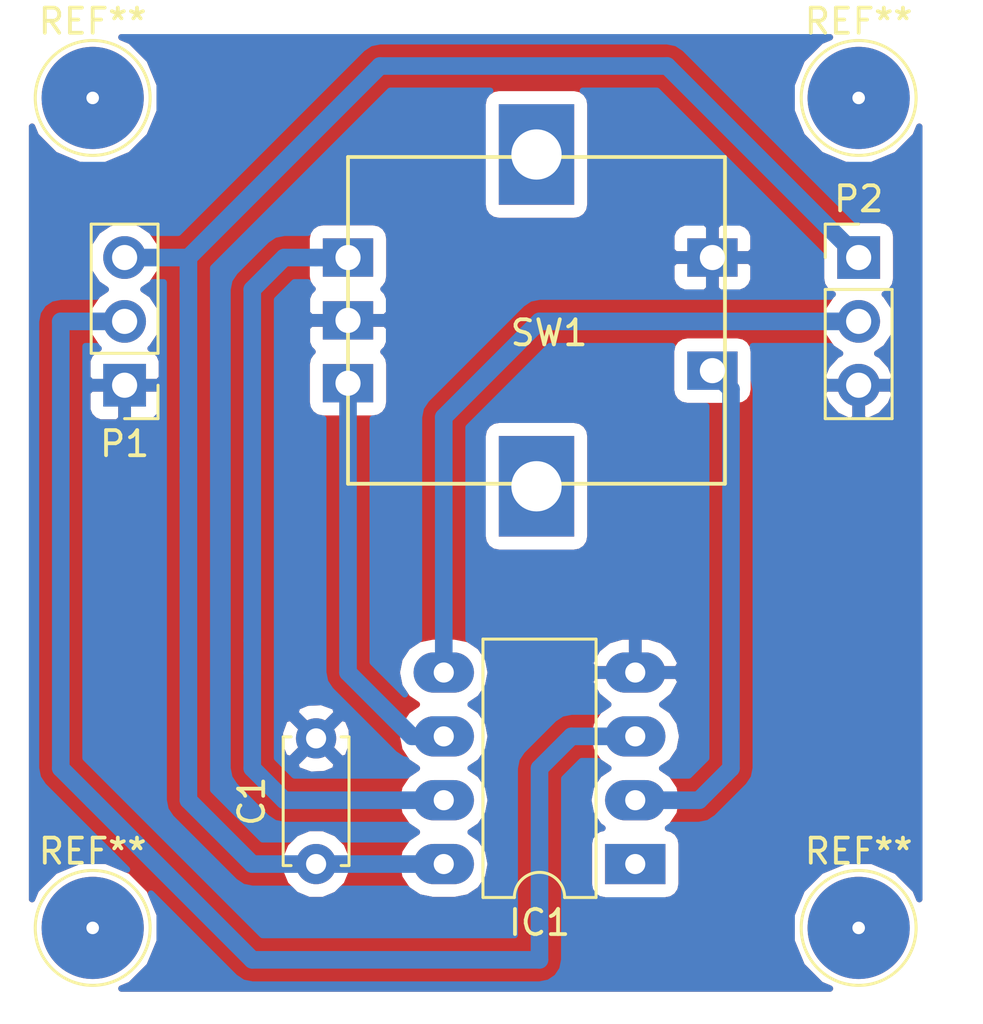
<source format=kicad_pcb>
(kicad_pcb (version 4) (host pcbnew 4.0.5)

  (general
    (links 13)
    (no_connects 0)
    (area 0 0 0 0)
    (thickness 1.6)
    (drawings 0)
    (tracks 38)
    (zones 0)
    (modules 9)
    (nets 9)
  )

  (page A4)
  (layers
    (0 F.Cu signal)
    (31 B.Cu signal)
    (32 B.Adhes user)
    (33 F.Adhes user)
    (34 B.Paste user)
    (35 F.Paste user)
    (36 B.SilkS user)
    (37 F.SilkS user)
    (38 B.Mask user)
    (39 F.Mask user)
    (40 Dwgs.User user)
    (41 Cmts.User user)
    (42 Eco1.User user)
    (43 Eco2.User user)
    (44 Edge.Cuts user)
    (45 Margin user)
    (46 B.CrtYd user)
    (47 F.CrtYd user)
    (48 B.Fab user)
    (49 F.Fab user)
  )

  (setup
    (last_trace_width 0.7)
    (trace_clearance 0.25)
    (zone_clearance 0.508)
    (zone_45_only no)
    (trace_min 0.5)
    (segment_width 0.2)
    (edge_width 0.15)
    (via_size 1.2)
    (via_drill 0.7)
    (via_min_size 1.2)
    (via_min_drill 0.7)
    (uvia_size 0.3)
    (uvia_drill 0.1)
    (uvias_allowed no)
    (uvia_min_size 0.2)
    (uvia_min_drill 0.1)
    (pcb_text_width 0.3)
    (pcb_text_size 1.5 1.5)
    (mod_edge_width 0.15)
    (mod_text_size 1 1)
    (mod_text_width 0.15)
    (pad_size 1.524 1.524)
    (pad_drill 0.762)
    (pad_to_mask_clearance 0.2)
    (aux_axis_origin 0 0)
    (visible_elements FFFFFF7F)
    (pcbplotparams
      (layerselection 0x00030_80000001)
      (usegerberextensions false)
      (excludeedgelayer true)
      (linewidth 0.100000)
      (plotframeref false)
      (viasonmask false)
      (mode 1)
      (useauxorigin false)
      (hpglpennumber 1)
      (hpglpenspeed 20)
      (hpglpendiameter 15)
      (hpglpenoverlay 2)
      (psnegative false)
      (psa4output false)
      (plotreference true)
      (plotvalue true)
      (plotinvisibletext false)
      (padsonsilk false)
      (subtractmaskfromsilk false)
      (outputformat 1)
      (mirror false)
      (drillshape 1)
      (scaleselection 1)
      (outputdirectory ""))
  )

  (net 0 "")
  (net 1 +5V)
  (net 2 GND)
  (net 3 "Net-(IC1-Pad1)")
  (net 4 "Net-(IC1-Pad5)")
  (net 5 "Net-(IC1-Pad2)")
  (net 6 "Net-(IC1-Pad6)")
  (net 7 "Net-(IC1-Pad3)")
  (net 8 "Net-(IC1-Pad7)")

  (net_class Default "This is the default net class."
    (clearance 0.25)
    (trace_width 0.7)
    (via_dia 1.2)
    (via_drill 0.7)
    (uvia_dia 0.3)
    (uvia_drill 0.1)
    (add_net +5V)
    (add_net GND)
    (add_net "Net-(IC1-Pad1)")
    (add_net "Net-(IC1-Pad2)")
    (add_net "Net-(IC1-Pad3)")
    (add_net "Net-(IC1-Pad5)")
    (add_net "Net-(IC1-Pad6)")
    (add_net "Net-(IC1-Pad7)")
  )

  (module Capacitors_THT:C_Disc_D5.0mm_W2.5mm_P5.00mm (layer F.Cu) (tedit 597BC7C2) (tstamp 5A799077)
    (at 121.92 119.38 90)
    (descr "C, Disc series, Radial, pin pitch=5.00mm, , diameter*width=5*2.5mm^2, Capacitor, http://cdn-reichelt.de/documents/datenblatt/B300/DS_KERKO_TC.pdf")
    (tags "C Disc series Radial pin pitch 5.00mm  diameter 5mm width 2.5mm Capacitor")
    (path /5A798CD1)
    (fp_text reference C1 (at 2.5 -2.56 90) (layer F.SilkS)
      (effects (font (size 1 1) (thickness 0.15)))
    )
    (fp_text value C (at 2.5 2.56 90) (layer F.Fab)
      (effects (font (size 1 1) (thickness 0.15)))
    )
    (fp_line (start 0 -1.25) (end 0 1.25) (layer F.Fab) (width 0.1))
    (fp_line (start 0 1.25) (end 5 1.25) (layer F.Fab) (width 0.1))
    (fp_line (start 5 1.25) (end 5 -1.25) (layer F.Fab) (width 0.1))
    (fp_line (start 5 -1.25) (end 0 -1.25) (layer F.Fab) (width 0.1))
    (fp_line (start -0.06 -1.31) (end 5.06 -1.31) (layer F.SilkS) (width 0.12))
    (fp_line (start -0.06 1.31) (end 5.06 1.31) (layer F.SilkS) (width 0.12))
    (fp_line (start -0.06 -1.31) (end -0.06 -0.996) (layer F.SilkS) (width 0.12))
    (fp_line (start -0.06 0.996) (end -0.06 1.31) (layer F.SilkS) (width 0.12))
    (fp_line (start 5.06 -1.31) (end 5.06 -0.996) (layer F.SilkS) (width 0.12))
    (fp_line (start 5.06 0.996) (end 5.06 1.31) (layer F.SilkS) (width 0.12))
    (fp_line (start -1.05 -1.6) (end -1.05 1.6) (layer F.CrtYd) (width 0.05))
    (fp_line (start -1.05 1.6) (end 6.05 1.6) (layer F.CrtYd) (width 0.05))
    (fp_line (start 6.05 1.6) (end 6.05 -1.6) (layer F.CrtYd) (width 0.05))
    (fp_line (start 6.05 -1.6) (end -1.05 -1.6) (layer F.CrtYd) (width 0.05))
    (fp_text user %R (at 2.5 0 90) (layer F.Fab)
      (effects (font (size 1 1) (thickness 0.15)))
    )
    (pad 1 thru_hole circle (at 0 0 90) (size 1.6 1.6) (drill 0.8) (layers *.Cu *.Mask)
      (net 1 +5V))
    (pad 2 thru_hole circle (at 5 0 90) (size 1.6 1.6) (drill 0.8) (layers *.Cu *.Mask)
      (net 2 GND))
    (model ${KISYS3DMOD}/Capacitors_THT.3dshapes/C_Disc_D5.0mm_W2.5mm_P5.00mm.wrl
      (at (xyz 0 0 0))
      (scale (xyz 1 1 1))
      (rotate (xyz 0 0 0))
    )
  )

  (module Housings_DIP:DIP-8_W7.62mm_LongPads (layer F.Cu) (tedit 59C78D6B) (tstamp 5A799083)
    (at 134.62 119.38 180)
    (descr "8-lead though-hole mounted DIP package, row spacing 7.62 mm (300 mils), LongPads")
    (tags "THT DIP DIL PDIP 2.54mm 7.62mm 300mil LongPads")
    (path /5A785B17)
    (fp_text reference IC1 (at 3.81 -2.33 180) (layer F.SilkS)
      (effects (font (size 1 1) (thickness 0.15)))
    )
    (fp_text value ATTINY85-P (at 3.81 9.95 180) (layer F.Fab)
      (effects (font (size 1 1) (thickness 0.15)))
    )
    (fp_arc (start 3.81 -1.33) (end 2.81 -1.33) (angle -180) (layer F.SilkS) (width 0.12))
    (fp_line (start 1.635 -1.27) (end 6.985 -1.27) (layer F.Fab) (width 0.1))
    (fp_line (start 6.985 -1.27) (end 6.985 8.89) (layer F.Fab) (width 0.1))
    (fp_line (start 6.985 8.89) (end 0.635 8.89) (layer F.Fab) (width 0.1))
    (fp_line (start 0.635 8.89) (end 0.635 -0.27) (layer F.Fab) (width 0.1))
    (fp_line (start 0.635 -0.27) (end 1.635 -1.27) (layer F.Fab) (width 0.1))
    (fp_line (start 2.81 -1.33) (end 1.56 -1.33) (layer F.SilkS) (width 0.12))
    (fp_line (start 1.56 -1.33) (end 1.56 8.95) (layer F.SilkS) (width 0.12))
    (fp_line (start 1.56 8.95) (end 6.06 8.95) (layer F.SilkS) (width 0.12))
    (fp_line (start 6.06 8.95) (end 6.06 -1.33) (layer F.SilkS) (width 0.12))
    (fp_line (start 6.06 -1.33) (end 4.81 -1.33) (layer F.SilkS) (width 0.12))
    (fp_line (start -1.45 -1.55) (end -1.45 9.15) (layer F.CrtYd) (width 0.05))
    (fp_line (start -1.45 9.15) (end 9.1 9.15) (layer F.CrtYd) (width 0.05))
    (fp_line (start 9.1 9.15) (end 9.1 -1.55) (layer F.CrtYd) (width 0.05))
    (fp_line (start 9.1 -1.55) (end -1.45 -1.55) (layer F.CrtYd) (width 0.05))
    (fp_text user %R (at 3.81 3.81 180) (layer F.Fab)
      (effects (font (size 1 1) (thickness 0.15)))
    )
    (pad 1 thru_hole rect (at 0 0 180) (size 2.4 1.6) (drill 0.8) (layers *.Cu *.Mask)
      (net 3 "Net-(IC1-Pad1)"))
    (pad 5 thru_hole oval (at 7.62 7.62 180) (size 2.4 1.6) (drill 0.8) (layers *.Cu *.Mask)
      (net 4 "Net-(IC1-Pad5)"))
    (pad 2 thru_hole oval (at 0 2.54 180) (size 2.4 1.6) (drill 0.8) (layers *.Cu *.Mask)
      (net 5 "Net-(IC1-Pad2)"))
    (pad 6 thru_hole oval (at 7.62 5.08 180) (size 2.4 1.6) (drill 0.8) (layers *.Cu *.Mask)
      (net 6 "Net-(IC1-Pad6)"))
    (pad 3 thru_hole oval (at 0 5.08 180) (size 2.4 1.6) (drill 0.8) (layers *.Cu *.Mask)
      (net 7 "Net-(IC1-Pad3)"))
    (pad 7 thru_hole oval (at 7.62 2.54 180) (size 2.4 1.6) (drill 0.8) (layers *.Cu *.Mask)
      (net 8 "Net-(IC1-Pad7)"))
    (pad 4 thru_hole oval (at 0 7.62 180) (size 2.4 1.6) (drill 0.8) (layers *.Cu *.Mask)
      (net 2 GND))
    (pad 8 thru_hole oval (at 7.62 0 180) (size 2.4 1.6) (drill 0.8) (layers *.Cu *.Mask)
      (net 1 +5V))
    (model ${KISYS3DMOD}/Housings_DIP.3dshapes/DIP-8_W7.62mm.wrl
      (at (xyz 0 0 0))
      (scale (xyz 1 1 1))
      (rotate (xyz 0 0 0))
    )
  )

  (module Pin_Headers:Pin_Header_Straight_1x03_Pitch2.54mm (layer F.Cu) (tedit 59650532) (tstamp 5A79908A)
    (at 114.3 100.33 180)
    (descr "Through hole straight pin header, 1x03, 2.54mm pitch, single row")
    (tags "Through hole pin header THT 1x03 2.54mm single row")
    (path /5A785E95)
    (fp_text reference P1 (at 0 -2.33 180) (layer F.SilkS)
      (effects (font (size 1 1) (thickness 0.15)))
    )
    (fp_text value CONN_01X03 (at 0 7.41 180) (layer F.Fab)
      (effects (font (size 1 1) (thickness 0.15)))
    )
    (fp_line (start -0.635 -1.27) (end 1.27 -1.27) (layer F.Fab) (width 0.1))
    (fp_line (start 1.27 -1.27) (end 1.27 6.35) (layer F.Fab) (width 0.1))
    (fp_line (start 1.27 6.35) (end -1.27 6.35) (layer F.Fab) (width 0.1))
    (fp_line (start -1.27 6.35) (end -1.27 -0.635) (layer F.Fab) (width 0.1))
    (fp_line (start -1.27 -0.635) (end -0.635 -1.27) (layer F.Fab) (width 0.1))
    (fp_line (start -1.33 6.41) (end 1.33 6.41) (layer F.SilkS) (width 0.12))
    (fp_line (start -1.33 1.27) (end -1.33 6.41) (layer F.SilkS) (width 0.12))
    (fp_line (start 1.33 1.27) (end 1.33 6.41) (layer F.SilkS) (width 0.12))
    (fp_line (start -1.33 1.27) (end 1.33 1.27) (layer F.SilkS) (width 0.12))
    (fp_line (start -1.33 0) (end -1.33 -1.33) (layer F.SilkS) (width 0.12))
    (fp_line (start -1.33 -1.33) (end 0 -1.33) (layer F.SilkS) (width 0.12))
    (fp_line (start -1.8 -1.8) (end -1.8 6.85) (layer F.CrtYd) (width 0.05))
    (fp_line (start -1.8 6.85) (end 1.8 6.85) (layer F.CrtYd) (width 0.05))
    (fp_line (start 1.8 6.85) (end 1.8 -1.8) (layer F.CrtYd) (width 0.05))
    (fp_line (start 1.8 -1.8) (end -1.8 -1.8) (layer F.CrtYd) (width 0.05))
    (fp_text user %R (at 0 2.54 270) (layer F.Fab)
      (effects (font (size 1 1) (thickness 0.15)))
    )
    (pad 1 thru_hole rect (at 0 0 180) (size 1.7 1.7) (drill 1) (layers *.Cu *.Mask)
      (net 2 GND))
    (pad 2 thru_hole oval (at 0 2.54 180) (size 1.7 1.7) (drill 1) (layers *.Cu *.Mask)
      (net 7 "Net-(IC1-Pad3)"))
    (pad 3 thru_hole oval (at 0 5.08 180) (size 1.7 1.7) (drill 1) (layers *.Cu *.Mask)
      (net 1 +5V))
    (model ${KISYS3DMOD}/Pin_Headers.3dshapes/Pin_Header_Straight_1x03_Pitch2.54mm.wrl
      (at (xyz 0 0 0))
      (scale (xyz 1 1 1))
      (rotate (xyz 0 0 0))
    )
  )

  (module Pin_Headers:Pin_Header_Straight_1x03_Pitch2.54mm (layer F.Cu) (tedit 59650532) (tstamp 5A799091)
    (at 143.51 95.25)
    (descr "Through hole straight pin header, 1x03, 2.54mm pitch, single row")
    (tags "Through hole pin header THT 1x03 2.54mm single row")
    (path /5A785EE2)
    (fp_text reference P2 (at 0 -2.33) (layer F.SilkS)
      (effects (font (size 1 1) (thickness 0.15)))
    )
    (fp_text value CONN_01X03 (at 0 7.41) (layer F.Fab)
      (effects (font (size 1 1) (thickness 0.15)))
    )
    (fp_line (start -0.635 -1.27) (end 1.27 -1.27) (layer F.Fab) (width 0.1))
    (fp_line (start 1.27 -1.27) (end 1.27 6.35) (layer F.Fab) (width 0.1))
    (fp_line (start 1.27 6.35) (end -1.27 6.35) (layer F.Fab) (width 0.1))
    (fp_line (start -1.27 6.35) (end -1.27 -0.635) (layer F.Fab) (width 0.1))
    (fp_line (start -1.27 -0.635) (end -0.635 -1.27) (layer F.Fab) (width 0.1))
    (fp_line (start -1.33 6.41) (end 1.33 6.41) (layer F.SilkS) (width 0.12))
    (fp_line (start -1.33 1.27) (end -1.33 6.41) (layer F.SilkS) (width 0.12))
    (fp_line (start 1.33 1.27) (end 1.33 6.41) (layer F.SilkS) (width 0.12))
    (fp_line (start -1.33 1.27) (end 1.33 1.27) (layer F.SilkS) (width 0.12))
    (fp_line (start -1.33 0) (end -1.33 -1.33) (layer F.SilkS) (width 0.12))
    (fp_line (start -1.33 -1.33) (end 0 -1.33) (layer F.SilkS) (width 0.12))
    (fp_line (start -1.8 -1.8) (end -1.8 6.85) (layer F.CrtYd) (width 0.05))
    (fp_line (start -1.8 6.85) (end 1.8 6.85) (layer F.CrtYd) (width 0.05))
    (fp_line (start 1.8 6.85) (end 1.8 -1.8) (layer F.CrtYd) (width 0.05))
    (fp_line (start 1.8 -1.8) (end -1.8 -1.8) (layer F.CrtYd) (width 0.05))
    (fp_text user %R (at 0 2.54 90) (layer F.Fab)
      (effects (font (size 1 1) (thickness 0.15)))
    )
    (pad 1 thru_hole rect (at 0 0) (size 1.7 1.7) (drill 1) (layers *.Cu *.Mask)
      (net 1 +5V))
    (pad 2 thru_hole oval (at 0 2.54) (size 1.7 1.7) (drill 1) (layers *.Cu *.Mask)
      (net 4 "Net-(IC1-Pad5)"))
    (pad 3 thru_hole oval (at 0 5.08) (size 1.7 1.7) (drill 1) (layers *.Cu *.Mask)
      (net 2 GND))
    (model ${KISYS3DMOD}/Pin_Headers.3dshapes/Pin_Header_Straight_1x03_Pitch2.54mm.wrl
      (at (xyz 0 0 0))
      (scale (xyz 1 1 1))
      (rotate (xyz 0 0 0))
    )
  )

  (module MatthewLib:RotEnc (layer F.Cu) (tedit 5A79900C) (tstamp 5A79909C)
    (at 123.19 95.25)
    (path /5A785A70)
    (fp_text reference SW1 (at 8 3) (layer F.SilkS)
      (effects (font (size 1 1) (thickness 0.15)))
    )
    (fp_text value Rotary_Encoder_Switch (at 8 -8) (layer F.Fab) hide
      (effects (font (size 1 1) (thickness 0.15)))
    )
    (fp_line (start 0 0) (end 0 -4) (layer F.SilkS) (width 0.15))
    (fp_line (start 0 -4) (end 15 -4) (layer F.SilkS) (width 0.15))
    (fp_line (start 15 -4) (end 15 9) (layer F.SilkS) (width 0.15))
    (fp_line (start 15 9) (end 0 9) (layer F.SilkS) (width 0.15))
    (fp_line (start 0 9) (end 0 0) (layer F.SilkS) (width 0.15))
    (pad 1 thru_hole rect (at 0 0) (size 2 1.524) (drill 1) (layers *.Cu *.Mask)
      (net 8 "Net-(IC1-Pad7)"))
    (pad 2 thru_hole rect (at 0 2.5) (size 2 1.524) (drill 1) (layers *.Cu *.Mask)
      (net 2 GND))
    (pad 3 thru_hole rect (at 0 5) (size 2 1.524) (drill 1) (layers *.Cu *.Mask)
      (net 6 "Net-(IC1-Pad6)"))
    (pad 4 thru_hole rect (at 14.5 4.5) (size 2 1.524) (drill 1) (layers *.Cu *.Mask)
      (net 5 "Net-(IC1-Pad2)"))
    (pad 5 thru_hole rect (at 14.5 0) (size 2 1.524) (drill 1) (layers *.Cu *.Mask)
      (net 2 GND))
    (pad "" thru_hole rect (at 7.5 -4.1) (size 3 4) (drill 2) (layers *.Cu *.Mask))
    (pad "" thru_hole rect (at 7.5 9.1) (size 3 4) (drill 2) (layers *.Cu *.Mask))
  )

  (module MatthewLib:Mounting1pin (layer F.Cu) (tedit 5A05A52E) (tstamp 5A7999A2)
    (at 143.51 88.9)
    (descr "module 1 pin (ou trou mecanique de percage)")
    (tags DEV)
    (fp_text reference REF** (at 0 -3.048) (layer F.SilkS)
      (effects (font (size 1 1) (thickness 0.15)))
    )
    (fp_text value 1pin (at 0 3) (layer F.Fab)
      (effects (font (size 1 1) (thickness 0.15)))
    )
    (fp_circle (center 0 0) (end 2 0.8) (layer F.Fab) (width 0.1))
    (fp_circle (center 0 0) (end 2.6 0) (layer F.CrtYd) (width 0.05))
    (fp_circle (center 0 0) (end 0 -2.286) (layer F.SilkS) (width 0.12))
    (pad 1 thru_hole circle (at 0 0) (size 4.064 4.064) (drill 0.5) (layers *.Cu *.Mask))
  )

  (module MatthewLib:Mounting1pin (layer F.Cu) (tedit 5A05A52E) (tstamp 5A7999AF)
    (at 113.03 88.9)
    (descr "module 1 pin (ou trou mecanique de percage)")
    (tags DEV)
    (fp_text reference REF** (at 0 -3.048) (layer F.SilkS)
      (effects (font (size 1 1) (thickness 0.15)))
    )
    (fp_text value 1pin (at 0 3) (layer F.Fab)
      (effects (font (size 1 1) (thickness 0.15)))
    )
    (fp_circle (center 0 0) (end 2 0.8) (layer F.Fab) (width 0.1))
    (fp_circle (center 0 0) (end 2.6 0) (layer F.CrtYd) (width 0.05))
    (fp_circle (center 0 0) (end 0 -2.286) (layer F.SilkS) (width 0.12))
    (pad 1 thru_hole circle (at 0 0) (size 4.064 4.064) (drill 0.5) (layers *.Cu *.Mask))
  )

  (module MatthewLib:Mounting1pin (layer F.Cu) (tedit 5A05A52E) (tstamp 5A7999BA)
    (at 113.03 121.92)
    (descr "module 1 pin (ou trou mecanique de percage)")
    (tags DEV)
    (fp_text reference REF** (at 0 -3.048) (layer F.SilkS)
      (effects (font (size 1 1) (thickness 0.15)))
    )
    (fp_text value 1pin (at 0 3) (layer F.Fab)
      (effects (font (size 1 1) (thickness 0.15)))
    )
    (fp_circle (center 0 0) (end 2 0.8) (layer F.Fab) (width 0.1))
    (fp_circle (center 0 0) (end 2.6 0) (layer F.CrtYd) (width 0.05))
    (fp_circle (center 0 0) (end 0 -2.286) (layer F.SilkS) (width 0.12))
    (pad 1 thru_hole circle (at 0 0) (size 4.064 4.064) (drill 0.5) (layers *.Cu *.Mask))
  )

  (module MatthewLib:Mounting1pin (layer F.Cu) (tedit 5A05A52E) (tstamp 5A7999C4)
    (at 143.51 121.92)
    (descr "module 1 pin (ou trou mecanique de percage)")
    (tags DEV)
    (fp_text reference REF** (at 0 -3.048) (layer F.SilkS)
      (effects (font (size 1 1) (thickness 0.15)))
    )
    (fp_text value 1pin (at 0 3) (layer F.Fab)
      (effects (font (size 1 1) (thickness 0.15)))
    )
    (fp_circle (center 0 0) (end 2 0.8) (layer F.Fab) (width 0.1))
    (fp_circle (center 0 0) (end 2.6 0) (layer F.CrtYd) (width 0.05))
    (fp_circle (center 0 0) (end 0 -2.286) (layer F.SilkS) (width 0.12))
    (pad 1 thru_hole circle (at 0 0) (size 4.064 4.064) (drill 0.5) (layers *.Cu *.Mask))
  )

  (segment (start 143.51 95.25) (end 135.89 87.63) (width 0.7) (layer B.Cu) (net 1) (status 10))
  (segment (start 135.89 87.63) (end 124.46 87.63) (width 0.7) (layer B.Cu) (net 1) (tstamp 5A79930D))
  (segment (start 124.46 87.63) (end 116.84 95.25) (width 0.7) (layer B.Cu) (net 1) (tstamp 5A799312))
  (segment (start 116.84 104.14) (end 116.84 102.87) (width 0.7) (layer B.Cu) (net 1))
  (segment (start 121.92 119.38) (end 119.38 119.38) (width 0.7) (layer B.Cu) (net 1) (status 10))
  (segment (start 116.84 116.84) (end 116.84 104.14) (width 0.7) (layer B.Cu) (net 1) (tstamp 5A7992B5))
  (segment (start 119.38 119.38) (end 116.84 116.84) (width 0.7) (layer B.Cu) (net 1) (tstamp 5A7992B0))
  (segment (start 127 119.38) (end 121.92 119.38) (width 0.7) (layer B.Cu) (net 1) (status 30))
  (segment (start 116.84 102.87) (end 116.84 96.52) (width 0.7) (layer B.Cu) (net 1) (tstamp 5A7992E3))
  (segment (start 116.84 96.52) (end 116.84 95.25) (width 0.7) (layer B.Cu) (net 1) (tstamp 5A7992E4))
  (segment (start 116.84 95.25) (end 114.3 95.25) (width 0.7) (layer B.Cu) (net 1) (tstamp 5A7992E5) (status 20))
  (segment (start 130.81 97.79) (end 143.51 97.79) (width 0.7) (layer B.Cu) (net 4) (tstamp 5A7995E1))
  (segment (start 127 101.6) (end 130.81 97.79) (width 0.7) (layer B.Cu) (net 4) (tstamp 5A7995D5))
  (segment (start 127 111.76) (end 127 101.6) (width 0.7) (layer B.Cu) (net 4))
  (segment (start 134.62 116.84) (end 137.16 116.84) (width 0.7) (layer B.Cu) (net 5) (status 10))
  (segment (start 138.43 115.57) (end 138.43 100.49) (width 0.7) (layer B.Cu) (net 5) (tstamp 5A799205) (status 20))
  (segment (start 137.16 116.84) (end 138.43 115.57) (width 0.7) (layer B.Cu) (net 5) (tstamp 5A799204))
  (segment (start 138.43 100.49) (end 137.69 99.75) (width 0.7) (layer B.Cu) (net 5) (tstamp 5A799206) (status 30))
  (segment (start 123.19 111.76) (end 123.19 100.25) (width 0.7) (layer B.Cu) (net 6) (tstamp 5A799285) (status 20))
  (segment (start 125.73 114.3) (end 123.19 111.76) (width 0.7) (layer B.Cu) (net 6) (tstamp 5A799282))
  (segment (start 127 114.3) (end 125.73 114.3) (width 0.7) (layer B.Cu) (net 6) (status 10))
  (segment (start 134.62 114.3) (end 132.08 114.3) (width 0.7) (layer B.Cu) (net 7))
  (segment (start 132.08 114.3) (end 130.81 115.57) (width 0.7) (layer B.Cu) (net 7))
  (segment (start 130.81 115.57) (end 130.81 121.92) (width 0.7) (layer B.Cu) (net 7))
  (segment (start 130.81 121.92) (end 130.81 123.19) (width 0.7) (layer B.Cu) (net 7))
  (segment (start 130.81 123.19) (end 119.38 123.19) (width 0.7) (layer B.Cu) (net 7))
  (segment (start 119.38 123.19) (end 113.03 116.84) (width 0.7) (layer B.Cu) (net 7))
  (segment (start 113.03 116.84) (end 111.76 115.57) (width 0.7) (layer B.Cu) (net 7))
  (segment (start 111.76 115.57) (end 111.76 97.79) (width 0.7) (layer B.Cu) (net 7))
  (segment (start 111.76 97.79) (end 114.3 97.79) (width 0.7) (layer B.Cu) (net 7) (status 20))
  (segment (start 123.19 95.25) (end 121.92 95.25) (width 0.7) (layer B.Cu) (net 8))
  (segment (start 120.65 95.25) (end 119.38 96.52) (width 0.7) (layer B.Cu) (net 8) (tstamp 5A7994EA))
  (segment (start 119.38 96.52) (end 119.38 110.49) (width 0.7) (layer B.Cu) (net 8) (tstamp 5A7994ED))
  (segment (start 119.38 110.49) (end 119.38 111.76) (width 0.7) (layer B.Cu) (net 8) (tstamp 5A7994F2))
  (segment (start 119.38 111.76) (end 119.38 115.57) (width 0.7) (layer B.Cu) (net 8) (tstamp 5A7994F4))
  (segment (start 119.38 115.57) (end 120.65 116.84) (width 0.7) (layer B.Cu) (net 8) (tstamp 5A7994F7))
  (segment (start 120.65 116.84) (end 127 116.84) (width 0.7) (layer B.Cu) (net 8) (tstamp 5A7994F8))
  (segment (start 121.92 95.25) (end 120.65 95.25) (width 0.7) (layer B.Cu) (net 8))

  (zone (net 2) (net_name GND) (layer B.Cu) (tstamp 5A79943A) (hatch edge 0.508)
    (connect_pads (clearance 0.508))
    (min_thickness 0.254)
    (fill yes (arc_segments 16) (thermal_gap 0.508) (thermal_bridge_width 0.508))
    (polygon
      (pts
        (xy 146.05 124.46) (xy 110.49 124.46) (xy 110.49 86.36) (xy 146.05 86.36)
      )
    )
    (filled_polygon
      (pts
        (xy 142.001239 86.637709) (xy 141.250345 87.387293) (xy 140.843464 88.367173) (xy 140.842538 89.428172) (xy 141.247709 90.408761)
        (xy 141.997293 91.159655) (xy 142.977173 91.566536) (xy 144.038172 91.567462) (xy 145.018761 91.162291) (xy 145.769655 90.412707)
        (xy 145.923 90.043411) (xy 145.923 120.775983) (xy 145.772291 120.411239) (xy 145.022707 119.660345) (xy 144.042827 119.253464)
        (xy 142.981828 119.252538) (xy 142.001239 119.657709) (xy 141.250345 120.407293) (xy 140.843464 121.387173) (xy 140.842538 122.448172)
        (xy 141.247709 123.428761) (xy 141.997293 124.179655) (xy 142.366589 124.333) (xy 114.174017 124.333) (xy 114.538761 124.182291)
        (xy 115.289655 123.432707) (xy 115.696536 122.452827) (xy 115.697462 121.391828) (xy 115.351475 120.554475) (xy 118.6835 123.8865)
        (xy 119.003057 124.100021) (xy 119.38 124.175) (xy 130.81 124.175) (xy 131.186943 124.100021) (xy 131.5065 123.8865)
        (xy 131.720021 123.566943) (xy 131.795 123.19) (xy 131.795 115.978) (xy 132.488 115.285) (xy 133.149508 115.285)
        (xy 133.169352 115.314698) (xy 133.551438 115.57) (xy 133.169352 115.825302) (xy 132.858283 116.290849) (xy 132.74905 116.84)
        (xy 132.858283 117.389151) (xy 133.169352 117.854698) (xy 133.31535 117.952251) (xy 133.184683 117.976838) (xy 132.968559 118.11591)
        (xy 132.823569 118.32811) (xy 132.77256 118.58) (xy 132.77256 120.18) (xy 132.816838 120.415317) (xy 132.95591 120.631441)
        (xy 133.16811 120.776431) (xy 133.42 120.82744) (xy 135.82 120.82744) (xy 136.055317 120.783162) (xy 136.271441 120.64409)
        (xy 136.416431 120.43189) (xy 136.46744 120.18) (xy 136.46744 118.58) (xy 136.423162 118.344683) (xy 136.28409 118.128559)
        (xy 136.07189 117.983569) (xy 135.922926 117.953403) (xy 136.070648 117.854698) (xy 136.090492 117.825) (xy 137.16 117.825)
        (xy 137.536943 117.750021) (xy 137.8565 117.5365) (xy 139.1265 116.2665) (xy 139.340021 115.946943) (xy 139.415 115.57)
        (xy 139.415 100.68689) (xy 142.068524 100.68689) (xy 142.238355 101.096924) (xy 142.628642 101.525183) (xy 143.153108 101.771486)
        (xy 143.383 101.650819) (xy 143.383 100.457) (xy 143.637 100.457) (xy 143.637 101.650819) (xy 143.866892 101.771486)
        (xy 144.391358 101.525183) (xy 144.781645 101.096924) (xy 144.951476 100.68689) (xy 144.830155 100.457) (xy 143.637 100.457)
        (xy 143.383 100.457) (xy 142.189845 100.457) (xy 142.068524 100.68689) (xy 139.415 100.68689) (xy 139.415 100.49)
        (xy 139.340021 100.113057) (xy 139.33744 100.109194) (xy 139.33744 98.988) (xy 139.297361 98.775) (xy 142.387385 98.775)
        (xy 142.430853 98.840054) (xy 142.771553 99.067702) (xy 142.628642 99.134817) (xy 142.238355 99.563076) (xy 142.068524 99.97311)
        (xy 142.189845 100.203) (xy 143.383 100.203) (xy 143.383 100.183) (xy 143.637 100.183) (xy 143.637 100.203)
        (xy 144.830155 100.203) (xy 144.951476 99.97311) (xy 144.781645 99.563076) (xy 144.391358 99.134817) (xy 144.248447 99.067702)
        (xy 144.589147 98.840054) (xy 144.911054 98.358285) (xy 145.024093 97.79) (xy 144.911054 97.221715) (xy 144.589147 96.739946)
        (xy 144.547548 96.71215) (xy 144.595317 96.703162) (xy 144.811441 96.56409) (xy 144.956431 96.35189) (xy 145.00744 96.1)
        (xy 145.00744 94.4) (xy 144.963162 94.164683) (xy 144.82409 93.948559) (xy 144.61189 93.803569) (xy 144.36 93.75256)
        (xy 143.40556 93.75256) (xy 136.5865 86.9335) (xy 136.266943 86.719979) (xy 135.89 86.645) (xy 124.46 86.645)
        (xy 124.083057 86.719979) (xy 123.7635 86.9335) (xy 116.432 94.265) (xy 115.422615 94.265) (xy 115.379147 94.199946)
        (xy 114.897378 93.878039) (xy 114.329093 93.765) (xy 114.270907 93.765) (xy 113.702622 93.878039) (xy 113.220853 94.199946)
        (xy 112.898946 94.681715) (xy 112.785907 95.25) (xy 112.898946 95.818285) (xy 113.220853 96.300054) (xy 113.550026 96.52)
        (xy 113.220853 96.739946) (xy 113.177385 96.805) (xy 111.76 96.805) (xy 111.383057 96.879979) (xy 111.0635 97.0935)
        (xy 110.849979 97.413057) (xy 110.775 97.79) (xy 110.775 115.57) (xy 110.849979 115.946943) (xy 111.0635 116.2665)
        (xy 114.39673 119.59973) (xy 113.562827 119.253464) (xy 112.501828 119.252538) (xy 111.521239 119.657709) (xy 110.770345 120.407293)
        (xy 110.617 120.776589) (xy 110.617 90.044017) (xy 110.767709 90.408761) (xy 111.517293 91.159655) (xy 112.497173 91.566536)
        (xy 113.558172 91.567462) (xy 114.538761 91.162291) (xy 115.289655 90.412707) (xy 115.696536 89.432827) (xy 115.697462 88.371828)
        (xy 115.292291 87.391239) (xy 114.542707 86.640345) (xy 114.173411 86.487) (xy 142.365983 86.487)
      )
    )
    (filled_polygon
      (pts
        (xy 115.855 116.84) (xy 115.929979 117.216943) (xy 116.1435 117.5365) (xy 118.6835 120.0765) (xy 119.003057 120.290021)
        (xy 119.38 120.365) (xy 120.875655 120.365) (xy 121.106077 120.595824) (xy 121.633309 120.81475) (xy 122.204187 120.815248)
        (xy 122.7318 120.597243) (xy 122.964448 120.365) (xy 125.529508 120.365) (xy 125.549352 120.394698) (xy 126.014899 120.705767)
        (xy 126.56405 120.815) (xy 127.43595 120.815) (xy 127.985101 120.705767) (xy 128.450648 120.394698) (xy 128.761717 119.929151)
        (xy 128.87095 119.38) (xy 128.761717 118.830849) (xy 128.450648 118.365302) (xy 128.068562 118.11) (xy 128.450648 117.854698)
        (xy 128.761717 117.389151) (xy 128.87095 116.84) (xy 128.761717 116.290849) (xy 128.450648 115.825302) (xy 128.068562 115.57)
        (xy 128.450648 115.314698) (xy 128.761717 114.849151) (xy 128.87095 114.3) (xy 128.761717 113.750849) (xy 128.450648 113.285302)
        (xy 128.068562 113.03) (xy 128.450648 112.774698) (xy 128.761717 112.309151) (xy 128.87095 111.76) (xy 128.801522 111.410961)
        (xy 132.828096 111.410961) (xy 132.950085 111.633) (xy 134.493 111.633) (xy 134.493 110.325) (xy 134.747 110.325)
        (xy 134.747 111.633) (xy 136.289915 111.633) (xy 136.411904 111.410961) (xy 136.394367 111.328181) (xy 136.1245 110.835104)
        (xy 135.686483 110.482834) (xy 135.147 110.325) (xy 134.747 110.325) (xy 134.493 110.325) (xy 134.093 110.325)
        (xy 133.553517 110.482834) (xy 133.1155 110.835104) (xy 132.845633 111.328181) (xy 132.828096 111.410961) (xy 128.801522 111.410961)
        (xy 128.761717 111.210849) (xy 128.450648 110.745302) (xy 127.985101 110.434233) (xy 127.985 110.434213) (xy 127.985 102.35)
        (xy 128.54256 102.35) (xy 128.54256 106.35) (xy 128.586838 106.585317) (xy 128.72591 106.801441) (xy 128.93811 106.946431)
        (xy 129.19 106.99744) (xy 132.19 106.99744) (xy 132.425317 106.953162) (xy 132.641441 106.81409) (xy 132.786431 106.60189)
        (xy 132.83744 106.35) (xy 132.83744 102.35) (xy 132.793162 102.114683) (xy 132.65409 101.898559) (xy 132.44189 101.753569)
        (xy 132.19 101.70256) (xy 129.19 101.70256) (xy 128.954683 101.746838) (xy 128.738559 101.88591) (xy 128.593569 102.09811)
        (xy 128.54256 102.35) (xy 127.985 102.35) (xy 127.985 102.008) (xy 131.218 98.775) (xy 136.085694 98.775)
        (xy 136.04256 98.988) (xy 136.04256 100.512) (xy 136.086838 100.747317) (xy 136.22591 100.963441) (xy 136.43811 101.108431)
        (xy 136.69 101.15944) (xy 137.445 101.15944) (xy 137.445 115.162) (xy 136.752 115.855) (xy 136.090492 115.855)
        (xy 136.070648 115.825302) (xy 135.688562 115.57) (xy 136.070648 115.314698) (xy 136.381717 114.849151) (xy 136.49095 114.3)
        (xy 136.381717 113.750849) (xy 136.070648 113.285302) (xy 135.692293 113.032493) (xy 136.1245 112.684896) (xy 136.394367 112.191819)
        (xy 136.411904 112.109039) (xy 136.289915 111.887) (xy 134.747 111.887) (xy 134.747 111.907) (xy 134.493 111.907)
        (xy 134.493 111.887) (xy 132.950085 111.887) (xy 132.828096 112.109039) (xy 132.845633 112.191819) (xy 133.1155 112.684896)
        (xy 133.547707 113.032493) (xy 133.169352 113.285302) (xy 133.149508 113.315) (xy 132.08 113.315) (xy 131.703057 113.389979)
        (xy 131.3835 113.6035) (xy 130.1135 114.8735) (xy 129.899979 115.193057) (xy 129.825 115.57) (xy 129.825 122.205)
        (xy 119.788 122.205) (xy 112.745 115.162) (xy 112.745 100.61575) (xy 112.815 100.61575) (xy 112.815 101.30631)
        (xy 112.911673 101.539699) (xy 113.090302 101.718327) (xy 113.323691 101.815) (xy 114.01425 101.815) (xy 114.173 101.65625)
        (xy 114.173 100.457) (xy 114.427 100.457) (xy 114.427 101.65625) (xy 114.58575 101.815) (xy 115.276309 101.815)
        (xy 115.509698 101.718327) (xy 115.688327 101.539699) (xy 115.785 101.30631) (xy 115.785 100.61575) (xy 115.62625 100.457)
        (xy 114.427 100.457) (xy 114.173 100.457) (xy 112.97375 100.457) (xy 112.815 100.61575) (xy 112.745 100.61575)
        (xy 112.745 98.775) (xy 113.177385 98.775) (xy 113.220853 98.840054) (xy 113.264777 98.869403) (xy 113.090302 98.941673)
        (xy 112.911673 99.120301) (xy 112.815 99.35369) (xy 112.815 100.04425) (xy 112.97375 100.203) (xy 114.173 100.203)
        (xy 114.173 100.183) (xy 114.427 100.183) (xy 114.427 100.203) (xy 115.62625 100.203) (xy 115.785 100.04425)
        (xy 115.785 99.35369) (xy 115.688327 99.120301) (xy 115.509698 98.941673) (xy 115.335223 98.869403) (xy 115.379147 98.840054)
        (xy 115.701054 98.358285) (xy 115.814093 97.79) (xy 115.701054 97.221715) (xy 115.379147 96.739946) (xy 115.049974 96.52)
        (xy 115.379147 96.300054) (xy 115.422615 96.235) (xy 115.855 96.235)
      )
    )
    (filled_polygon
      (pts
        (xy 128.738559 88.68591) (xy 128.593569 88.89811) (xy 128.54256 89.15) (xy 128.54256 93.15) (xy 128.586838 93.385317)
        (xy 128.72591 93.601441) (xy 128.93811 93.746431) (xy 129.19 93.79744) (xy 132.19 93.79744) (xy 132.425317 93.753162)
        (xy 132.641441 93.61409) (xy 132.786431 93.40189) (xy 132.83744 93.15) (xy 132.83744 89.15) (xy 132.793162 88.914683)
        (xy 132.65409 88.698559) (xy 132.531797 88.615) (xy 135.482 88.615) (xy 142.01256 95.14556) (xy 142.01256 96.1)
        (xy 142.056838 96.335317) (xy 142.19591 96.551441) (xy 142.40811 96.696431) (xy 142.475541 96.710086) (xy 142.430853 96.739946)
        (xy 142.387385 96.805) (xy 130.81 96.805) (xy 130.433057 96.879979) (xy 130.1135 97.0935) (xy 126.3035 100.9035)
        (xy 126.089979 101.223057) (xy 126.015 101.6) (xy 126.015 110.434213) (xy 126.014899 110.434233) (xy 125.549352 110.745302)
        (xy 125.238283 111.210849) (xy 125.12905 111.76) (xy 125.238283 112.309151) (xy 125.451999 112.628999) (xy 124.175 111.352)
        (xy 124.175 101.65944) (xy 124.19 101.65944) (xy 124.425317 101.615162) (xy 124.641441 101.47609) (xy 124.786431 101.26389)
        (xy 124.83744 101.012) (xy 124.83744 99.488) (xy 124.793162 99.252683) (xy 124.65409 99.036559) (xy 124.600252 98.999773)
        (xy 124.728327 98.871699) (xy 124.825 98.63831) (xy 124.825 98.03575) (xy 124.66625 97.877) (xy 123.317 97.877)
        (xy 123.317 97.897) (xy 123.063 97.897) (xy 123.063 97.877) (xy 121.71375 97.877) (xy 121.555 98.03575)
        (xy 121.555 98.63831) (xy 121.651673 98.871699) (xy 121.778307 98.998333) (xy 121.738559 99.02391) (xy 121.593569 99.23611)
        (xy 121.54256 99.488) (xy 121.54256 101.012) (xy 121.586838 101.247317) (xy 121.72591 101.463441) (xy 121.93811 101.608431)
        (xy 122.19 101.65944) (xy 122.205 101.65944) (xy 122.205 111.76) (xy 122.279979 112.136943) (xy 122.4935 112.4565)
        (xy 125.0335 114.9965) (xy 125.353057 115.210021) (xy 125.498777 115.239007) (xy 125.549352 115.314698) (xy 125.931438 115.57)
        (xy 125.549352 115.825302) (xy 125.529508 115.855) (xy 121.058 115.855) (xy 120.590745 115.387745) (xy 121.091861 115.387745)
        (xy 121.165995 115.633864) (xy 121.703223 115.826965) (xy 122.273454 115.799778) (xy 122.674005 115.633864) (xy 122.748139 115.387745)
        (xy 121.92 114.559605) (xy 121.091861 115.387745) (xy 120.590745 115.387745) (xy 120.365 115.162) (xy 120.365 114.163223)
        (xy 120.473035 114.163223) (xy 120.500222 114.733454) (xy 120.666136 115.134005) (xy 120.912255 115.208139) (xy 121.740395 114.38)
        (xy 122.099605 114.38) (xy 122.927745 115.208139) (xy 123.173864 115.134005) (xy 123.366965 114.596777) (xy 123.339778 114.026546)
        (xy 123.173864 113.625995) (xy 122.927745 113.551861) (xy 122.099605 114.38) (xy 121.740395 114.38) (xy 120.912255 113.551861)
        (xy 120.666136 113.625995) (xy 120.473035 114.163223) (xy 120.365 114.163223) (xy 120.365 113.372255) (xy 121.091861 113.372255)
        (xy 121.92 114.200395) (xy 122.748139 113.372255) (xy 122.674005 113.126136) (xy 122.136777 112.933035) (xy 121.566546 112.960222)
        (xy 121.165995 113.126136) (xy 121.091861 113.372255) (xy 120.365 113.372255) (xy 120.365 96.928) (xy 121.058 96.235)
        (xy 121.58452 96.235) (xy 121.586838 96.247317) (xy 121.72591 96.463441) (xy 121.779748 96.500227) (xy 121.651673 96.628301)
        (xy 121.555 96.86169) (xy 121.555 97.46425) (xy 121.71375 97.623) (xy 123.063 97.623) (xy 123.063 97.603)
        (xy 123.317 97.603) (xy 123.317 97.623) (xy 124.66625 97.623) (xy 124.825 97.46425) (xy 124.825 96.86169)
        (xy 124.728327 96.628301) (xy 124.601693 96.501667) (xy 124.641441 96.47609) (xy 124.786431 96.26389) (xy 124.83744 96.012)
        (xy 124.83744 95.53575) (xy 136.055 95.53575) (xy 136.055 96.13831) (xy 136.151673 96.371699) (xy 136.330302 96.550327)
        (xy 136.563691 96.647) (xy 137.40425 96.647) (xy 137.563 96.48825) (xy 137.563 95.377) (xy 137.817 95.377)
        (xy 137.817 96.48825) (xy 137.97575 96.647) (xy 138.816309 96.647) (xy 139.049698 96.550327) (xy 139.228327 96.371699)
        (xy 139.325 96.13831) (xy 139.325 95.53575) (xy 139.16625 95.377) (xy 137.817 95.377) (xy 137.563 95.377)
        (xy 136.21375 95.377) (xy 136.055 95.53575) (xy 124.83744 95.53575) (xy 124.83744 94.488) (xy 124.813674 94.36169)
        (xy 136.055 94.36169) (xy 136.055 94.96425) (xy 136.21375 95.123) (xy 137.563 95.123) (xy 137.563 94.01175)
        (xy 137.817 94.01175) (xy 137.817 95.123) (xy 139.16625 95.123) (xy 139.325 94.96425) (xy 139.325 94.36169)
        (xy 139.228327 94.128301) (xy 139.049698 93.949673) (xy 138.816309 93.853) (xy 137.97575 93.853) (xy 137.817 94.01175)
        (xy 137.563 94.01175) (xy 137.40425 93.853) (xy 136.563691 93.853) (xy 136.330302 93.949673) (xy 136.151673 94.128301)
        (xy 136.055 94.36169) (xy 124.813674 94.36169) (xy 124.793162 94.252683) (xy 124.65409 94.036559) (xy 124.44189 93.891569)
        (xy 124.19 93.84056) (xy 122.19 93.84056) (xy 121.954683 93.884838) (xy 121.738559 94.02391) (xy 121.593569 94.23611)
        (xy 121.587719 94.265) (xy 120.65 94.265) (xy 120.273057 94.339979) (xy 119.9535 94.5535) (xy 118.6835 95.8235)
        (xy 118.469979 96.143057) (xy 118.395 96.52) (xy 118.395 115.57) (xy 118.469979 115.946943) (xy 118.6835 116.2665)
        (xy 119.9535 117.5365) (xy 120.273057 117.750021) (xy 120.65 117.825) (xy 125.529508 117.825) (xy 125.549352 117.854698)
        (xy 125.931438 118.11) (xy 125.549352 118.365302) (xy 125.529508 118.395) (xy 122.964345 118.395) (xy 122.733923 118.164176)
        (xy 122.206691 117.94525) (xy 121.635813 117.944752) (xy 121.1082 118.162757) (xy 120.875552 118.395) (xy 119.788 118.395)
        (xy 117.825 116.432) (xy 117.825 95.658) (xy 124.868 88.615) (xy 128.848756 88.615)
      )
    )
  )
  (zone (net 2) (net_name GND) (layer F.Cu) (tstamp 5A7997C0) (hatch edge 0.508)
    (connect_pads (clearance 0.508))
    (min_thickness 0.254)
    (fill yes (arc_segments 16) (thermal_gap 0.508) (thermal_bridge_width 0.508))
    (polygon
      (pts
        (xy 110.49 86.36) (xy 146.05 86.36) (xy 146.05 124.46) (xy 110.49 124.46)
      )
    )
    (filled_polygon
      (pts
        (xy 142.001239 86.637709) (xy 141.250345 87.387293) (xy 140.843464 88.367173) (xy 140.842538 89.428172) (xy 141.247709 90.408761)
        (xy 141.997293 91.159655) (xy 142.977173 91.566536) (xy 144.038172 91.567462) (xy 145.018761 91.162291) (xy 145.769655 90.412707)
        (xy 145.923 90.043411) (xy 145.923 120.775983) (xy 145.772291 120.411239) (xy 145.022707 119.660345) (xy 144.042827 119.253464)
        (xy 142.981828 119.252538) (xy 142.001239 119.657709) (xy 141.250345 120.407293) (xy 140.843464 121.387173) (xy 140.842538 122.448172)
        (xy 141.247709 123.428761) (xy 141.997293 124.179655) (xy 142.366589 124.333) (xy 114.174017 124.333) (xy 114.538761 124.182291)
        (xy 115.289655 123.432707) (xy 115.696536 122.452827) (xy 115.697462 121.391828) (xy 115.292291 120.411239) (xy 114.546543 119.664187)
        (xy 120.484752 119.664187) (xy 120.702757 120.1918) (xy 121.106077 120.595824) (xy 121.633309 120.81475) (xy 122.204187 120.815248)
        (xy 122.7318 120.597243) (xy 123.135824 120.193923) (xy 123.35475 119.666691) (xy 123.355248 119.095813) (xy 123.137243 118.5682)
        (xy 122.733923 118.164176) (xy 122.206691 117.94525) (xy 121.635813 117.944752) (xy 121.1082 118.162757) (xy 120.704176 118.566077)
        (xy 120.48525 119.093309) (xy 120.484752 119.664187) (xy 114.546543 119.664187) (xy 114.542707 119.660345) (xy 113.562827 119.253464)
        (xy 112.501828 119.252538) (xy 111.521239 119.657709) (xy 110.770345 120.407293) (xy 110.617 120.776589) (xy 110.617 115.387745)
        (xy 121.091861 115.387745) (xy 121.165995 115.633864) (xy 121.703223 115.826965) (xy 122.273454 115.799778) (xy 122.674005 115.633864)
        (xy 122.748139 115.387745) (xy 121.92 114.559605) (xy 121.091861 115.387745) (xy 110.617 115.387745) (xy 110.617 114.163223)
        (xy 120.473035 114.163223) (xy 120.500222 114.733454) (xy 120.666136 115.134005) (xy 120.912255 115.208139) (xy 121.740395 114.38)
        (xy 122.099605 114.38) (xy 122.927745 115.208139) (xy 123.173864 115.134005) (xy 123.366965 114.596777) (xy 123.339778 114.026546)
        (xy 123.173864 113.625995) (xy 122.927745 113.551861) (xy 122.099605 114.38) (xy 121.740395 114.38) (xy 120.912255 113.551861)
        (xy 120.666136 113.625995) (xy 120.473035 114.163223) (xy 110.617 114.163223) (xy 110.617 113.372255) (xy 121.091861 113.372255)
        (xy 121.92 114.200395) (xy 122.748139 113.372255) (xy 122.674005 113.126136) (xy 122.136777 112.933035) (xy 121.566546 112.960222)
        (xy 121.165995 113.126136) (xy 121.091861 113.372255) (xy 110.617 113.372255) (xy 110.617 111.76) (xy 125.12905 111.76)
        (xy 125.238283 112.309151) (xy 125.549352 112.774698) (xy 125.931438 113.03) (xy 125.549352 113.285302) (xy 125.238283 113.750849)
        (xy 125.12905 114.3) (xy 125.238283 114.849151) (xy 125.549352 115.314698) (xy 125.931438 115.57) (xy 125.549352 115.825302)
        (xy 125.238283 116.290849) (xy 125.12905 116.84) (xy 125.238283 117.389151) (xy 125.549352 117.854698) (xy 125.931438 118.11)
        (xy 125.549352 118.365302) (xy 125.238283 118.830849) (xy 125.12905 119.38) (xy 125.238283 119.929151) (xy 125.549352 120.394698)
        (xy 126.014899 120.705767) (xy 126.56405 120.815) (xy 127.43595 120.815) (xy 127.985101 120.705767) (xy 128.450648 120.394698)
        (xy 128.761717 119.929151) (xy 128.87095 119.38) (xy 128.761717 118.830849) (xy 128.450648 118.365302) (xy 128.068562 118.11)
        (xy 128.450648 117.854698) (xy 128.761717 117.389151) (xy 128.87095 116.84) (xy 128.761717 116.290849) (xy 128.450648 115.825302)
        (xy 128.068562 115.57) (xy 128.450648 115.314698) (xy 128.761717 114.849151) (xy 128.87095 114.3) (xy 132.74905 114.3)
        (xy 132.858283 114.849151) (xy 133.169352 115.314698) (xy 133.551438 115.57) (xy 133.169352 115.825302) (xy 132.858283 116.290849)
        (xy 132.74905 116.84) (xy 132.858283 117.389151) (xy 133.169352 117.854698) (xy 133.31535 117.952251) (xy 133.184683 117.976838)
        (xy 132.968559 118.11591) (xy 132.823569 118.32811) (xy 132.77256 118.58) (xy 132.77256 120.18) (xy 132.816838 120.415317)
        (xy 132.95591 120.631441) (xy 133.16811 120.776431) (xy 133.42 120.82744) (xy 135.82 120.82744) (xy 136.055317 120.783162)
        (xy 136.271441 120.64409) (xy 136.416431 120.43189) (xy 136.46744 120.18) (xy 136.46744 118.58) (xy 136.423162 118.344683)
        (xy 136.28409 118.128559) (xy 136.07189 117.983569) (xy 135.922926 117.953403) (xy 136.070648 117.854698) (xy 136.381717 117.389151)
        (xy 136.49095 116.84) (xy 136.381717 116.290849) (xy 136.070648 115.825302) (xy 135.688562 115.57) (xy 136.070648 115.314698)
        (xy 136.381717 114.849151) (xy 136.49095 114.3) (xy 136.381717 113.750849) (xy 136.070648 113.285302) (xy 135.692293 113.032493)
        (xy 136.1245 112.684896) (xy 136.394367 112.191819) (xy 136.411904 112.109039) (xy 136.289915 111.887) (xy 134.747 111.887)
        (xy 134.747 111.907) (xy 134.493 111.907) (xy 134.493 111.887) (xy 132.950085 111.887) (xy 132.828096 112.109039)
        (xy 132.845633 112.191819) (xy 133.1155 112.684896) (xy 133.547707 113.032493) (xy 133.169352 113.285302) (xy 132.858283 113.750849)
        (xy 132.74905 114.3) (xy 128.87095 114.3) (xy 128.761717 113.750849) (xy 128.450648 113.285302) (xy 128.068562 113.03)
        (xy 128.450648 112.774698) (xy 128.761717 112.309151) (xy 128.87095 111.76) (xy 128.801522 111.410961) (xy 132.828096 111.410961)
        (xy 132.950085 111.633) (xy 134.493 111.633) (xy 134.493 110.325) (xy 134.747 110.325) (xy 134.747 111.633)
        (xy 136.289915 111.633) (xy 136.411904 111.410961) (xy 136.394367 111.328181) (xy 136.1245 110.835104) (xy 135.686483 110.482834)
        (xy 135.147 110.325) (xy 134.747 110.325) (xy 134.493 110.325) (xy 134.093 110.325) (xy 133.553517 110.482834)
        (xy 133.1155 110.835104) (xy 132.845633 111.328181) (xy 132.828096 111.410961) (xy 128.801522 111.410961) (xy 128.761717 111.210849)
        (xy 128.450648 110.745302) (xy 127.985101 110.434233) (xy 127.43595 110.325) (xy 126.56405 110.325) (xy 126.014899 110.434233)
        (xy 125.549352 110.745302) (xy 125.238283 111.210849) (xy 125.12905 111.76) (xy 110.617 111.76) (xy 110.617 102.35)
        (xy 128.54256 102.35) (xy 128.54256 106.35) (xy 128.586838 106.585317) (xy 128.72591 106.801441) (xy 128.93811 106.946431)
        (xy 129.19 106.99744) (xy 132.19 106.99744) (xy 132.425317 106.953162) (xy 132.641441 106.81409) (xy 132.786431 106.60189)
        (xy 132.83744 106.35) (xy 132.83744 102.35) (xy 132.793162 102.114683) (xy 132.65409 101.898559) (xy 132.44189 101.753569)
        (xy 132.19 101.70256) (xy 129.19 101.70256) (xy 128.954683 101.746838) (xy 128.738559 101.88591) (xy 128.593569 102.09811)
        (xy 128.54256 102.35) (xy 110.617 102.35) (xy 110.617 100.61575) (xy 112.815 100.61575) (xy 112.815 101.30631)
        (xy 112.911673 101.539699) (xy 113.090302 101.718327) (xy 113.323691 101.815) (xy 114.01425 101.815) (xy 114.173 101.65625)
        (xy 114.173 100.457) (xy 114.427 100.457) (xy 114.427 101.65625) (xy 114.58575 101.815) (xy 115.276309 101.815)
        (xy 115.509698 101.718327) (xy 115.688327 101.539699) (xy 115.785 101.30631) (xy 115.785 100.61575) (xy 115.62625 100.457)
        (xy 114.427 100.457) (xy 114.173 100.457) (xy 112.97375 100.457) (xy 112.815 100.61575) (xy 110.617 100.61575)
        (xy 110.617 95.25) (xy 112.785907 95.25) (xy 112.898946 95.818285) (xy 113.220853 96.300054) (xy 113.550026 96.52)
        (xy 113.220853 96.739946) (xy 112.898946 97.221715) (xy 112.785907 97.79) (xy 112.898946 98.358285) (xy 113.220853 98.840054)
        (xy 113.264777 98.869403) (xy 113.090302 98.941673) (xy 112.911673 99.120301) (xy 112.815 99.35369) (xy 112.815 100.04425)
        (xy 112.97375 100.203) (xy 114.173 100.203) (xy 114.173 100.183) (xy 114.427 100.183) (xy 114.427 100.203)
        (xy 115.62625 100.203) (xy 115.785 100.04425) (xy 115.785 99.488) (xy 121.54256 99.488) (xy 121.54256 101.012)
        (xy 121.586838 101.247317) (xy 121.72591 101.463441) (xy 121.93811 101.608431) (xy 122.19 101.65944) (xy 124.19 101.65944)
        (xy 124.425317 101.615162) (xy 124.641441 101.47609) (xy 124.786431 101.26389) (xy 124.83744 101.012) (xy 124.83744 99.488)
        (xy 124.793162 99.252683) (xy 124.65409 99.036559) (xy 124.600252 98.999773) (xy 124.612025 98.988) (xy 136.04256 98.988)
        (xy 136.04256 100.512) (xy 136.086838 100.747317) (xy 136.22591 100.963441) (xy 136.43811 101.108431) (xy 136.69 101.15944)
        (xy 138.69 101.15944) (xy 138.925317 101.115162) (xy 139.141441 100.97609) (xy 139.286431 100.76389) (xy 139.302023 100.68689)
        (xy 142.068524 100.68689) (xy 142.238355 101.096924) (xy 142.628642 101.525183) (xy 143.153108 101.771486) (xy 143.383 101.650819)
        (xy 143.383 100.457) (xy 143.637 100.457) (xy 143.637 101.650819) (xy 143.866892 101.771486) (xy 144.391358 101.525183)
        (xy 144.781645 101.096924) (xy 144.951476 100.68689) (xy 144.830155 100.457) (xy 143.637 100.457) (xy 143.383 100.457)
        (xy 142.189845 100.457) (xy 142.068524 100.68689) (xy 139.302023 100.68689) (xy 139.33744 100.512) (xy 139.33744 98.988)
        (xy 139.293162 98.752683) (xy 139.15409 98.536559) (xy 138.94189 98.391569) (xy 138.69 98.34056) (xy 136.69 98.34056)
        (xy 136.454683 98.384838) (xy 136.238559 98.52391) (xy 136.093569 98.73611) (xy 136.04256 98.988) (xy 124.612025 98.988)
        (xy 124.728327 98.871699) (xy 124.825 98.63831) (xy 124.825 98.03575) (xy 124.66625 97.877) (xy 123.317 97.877)
        (xy 123.317 97.897) (xy 123.063 97.897) (xy 123.063 97.877) (xy 121.71375 97.877) (xy 121.555 98.03575)
        (xy 121.555 98.63831) (xy 121.651673 98.871699) (xy 121.778307 98.998333) (xy 121.738559 99.02391) (xy 121.593569 99.23611)
        (xy 121.54256 99.488) (xy 115.785 99.488) (xy 115.785 99.35369) (xy 115.688327 99.120301) (xy 115.509698 98.941673)
        (xy 115.335223 98.869403) (xy 115.379147 98.840054) (xy 115.701054 98.358285) (xy 115.814093 97.79) (xy 141.995907 97.79)
        (xy 142.108946 98.358285) (xy 142.430853 98.840054) (xy 142.771553 99.067702) (xy 142.628642 99.134817) (xy 142.238355 99.563076)
        (xy 142.068524 99.97311) (xy 142.189845 100.203) (xy 143.383 100.203) (xy 143.383 100.183) (xy 143.637 100.183)
        (xy 143.637 100.203) (xy 144.830155 100.203) (xy 144.951476 99.97311) (xy 144.781645 99.563076) (xy 144.391358 99.134817)
        (xy 144.248447 99.067702) (xy 144.589147 98.840054) (xy 144.911054 98.358285) (xy 145.024093 97.79) (xy 144.911054 97.221715)
        (xy 144.589147 96.739946) (xy 144.547548 96.71215) (xy 144.595317 96.703162) (xy 144.811441 96.56409) (xy 144.956431 96.35189)
        (xy 145.00744 96.1) (xy 145.00744 94.4) (xy 144.963162 94.164683) (xy 144.82409 93.948559) (xy 144.61189 93.803569)
        (xy 144.36 93.75256) (xy 142.66 93.75256) (xy 142.424683 93.796838) (xy 142.208559 93.93591) (xy 142.063569 94.14811)
        (xy 142.01256 94.4) (xy 142.01256 96.1) (xy 142.056838 96.335317) (xy 142.19591 96.551441) (xy 142.40811 96.696431)
        (xy 142.475541 96.710086) (xy 142.430853 96.739946) (xy 142.108946 97.221715) (xy 141.995907 97.79) (xy 115.814093 97.79)
        (xy 115.701054 97.221715) (xy 115.379147 96.739946) (xy 115.049974 96.52) (xy 115.379147 96.300054) (xy 115.701054 95.818285)
        (xy 115.814093 95.25) (xy 115.701054 94.681715) (xy 115.571619 94.488) (xy 121.54256 94.488) (xy 121.54256 96.012)
        (xy 121.586838 96.247317) (xy 121.72591 96.463441) (xy 121.779748 96.500227) (xy 121.651673 96.628301) (xy 121.555 96.86169)
        (xy 121.555 97.46425) (xy 121.71375 97.623) (xy 123.063 97.623) (xy 123.063 97.603) (xy 123.317 97.603)
        (xy 123.317 97.623) (xy 124.66625 97.623) (xy 124.825 97.46425) (xy 124.825 96.86169) (xy 124.728327 96.628301)
        (xy 124.601693 96.501667) (xy 124.641441 96.47609) (xy 124.786431 96.26389) (xy 124.83744 96.012) (xy 124.83744 95.53575)
        (xy 136.055 95.53575) (xy 136.055 96.13831) (xy 136.151673 96.371699) (xy 136.330302 96.550327) (xy 136.563691 96.647)
        (xy 137.40425 96.647) (xy 137.563 96.48825) (xy 137.563 95.377) (xy 137.817 95.377) (xy 137.817 96.48825)
        (xy 137.97575 96.647) (xy 138.816309 96.647) (xy 139.049698 96.550327) (xy 139.228327 96.371699) (xy 139.325 96.13831)
        (xy 139.325 95.53575) (xy 139.16625 95.377) (xy 137.817 95.377) (xy 137.563 95.377) (xy 136.21375 95.377)
        (xy 136.055 95.53575) (xy 124.83744 95.53575) (xy 124.83744 94.488) (xy 124.813674 94.36169) (xy 136.055 94.36169)
        (xy 136.055 94.96425) (xy 136.21375 95.123) (xy 137.563 95.123) (xy 137.563 94.01175) (xy 137.817 94.01175)
        (xy 137.817 95.123) (xy 139.16625 95.123) (xy 139.325 94.96425) (xy 139.325 94.36169) (xy 139.228327 94.128301)
        (xy 139.049698 93.949673) (xy 138.816309 93.853) (xy 137.97575 93.853) (xy 137.817 94.01175) (xy 137.563 94.01175)
        (xy 137.40425 93.853) (xy 136.563691 93.853) (xy 136.330302 93.949673) (xy 136.151673 94.128301) (xy 136.055 94.36169)
        (xy 124.813674 94.36169) (xy 124.793162 94.252683) (xy 124.65409 94.036559) (xy 124.44189 93.891569) (xy 124.19 93.84056)
        (xy 122.19 93.84056) (xy 121.954683 93.884838) (xy 121.738559 94.02391) (xy 121.593569 94.23611) (xy 121.54256 94.488)
        (xy 115.571619 94.488) (xy 115.379147 94.199946) (xy 114.897378 93.878039) (xy 114.329093 93.765) (xy 114.270907 93.765)
        (xy 113.702622 93.878039) (xy 113.220853 94.199946) (xy 112.898946 94.681715) (xy 112.785907 95.25) (xy 110.617 95.25)
        (xy 110.617 90.044017) (xy 110.767709 90.408761) (xy 111.517293 91.159655) (xy 112.497173 91.566536) (xy 113.558172 91.567462)
        (xy 114.538761 91.162291) (xy 115.289655 90.412707) (xy 115.696536 89.432827) (xy 115.696782 89.15) (xy 128.54256 89.15)
        (xy 128.54256 93.15) (xy 128.586838 93.385317) (xy 128.72591 93.601441) (xy 128.93811 93.746431) (xy 129.19 93.79744)
        (xy 132.19 93.79744) (xy 132.425317 93.753162) (xy 132.641441 93.61409) (xy 132.786431 93.40189) (xy 132.83744 93.15)
        (xy 132.83744 89.15) (xy 132.793162 88.914683) (xy 132.65409 88.698559) (xy 132.44189 88.553569) (xy 132.19 88.50256)
        (xy 129.19 88.50256) (xy 128.954683 88.546838) (xy 128.738559 88.68591) (xy 128.593569 88.89811) (xy 128.54256 89.15)
        (xy 115.696782 89.15) (xy 115.697462 88.371828) (xy 115.292291 87.391239) (xy 114.542707 86.640345) (xy 114.173411 86.487)
        (xy 142.365983 86.487)
      )
    )
  )
)

</source>
